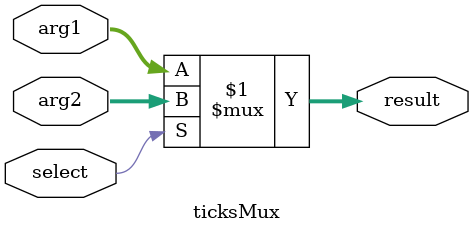
<source format=v>
`timescale 1ns / 1ps
module ticksMux#(parameter WIDTH = 20)(
		input select,
		input [WIDTH-1:0] arg1, arg2,
		output [WIDTH-1:0] result
    );

assign result = select ? arg2: arg1;

endmodule

</source>
